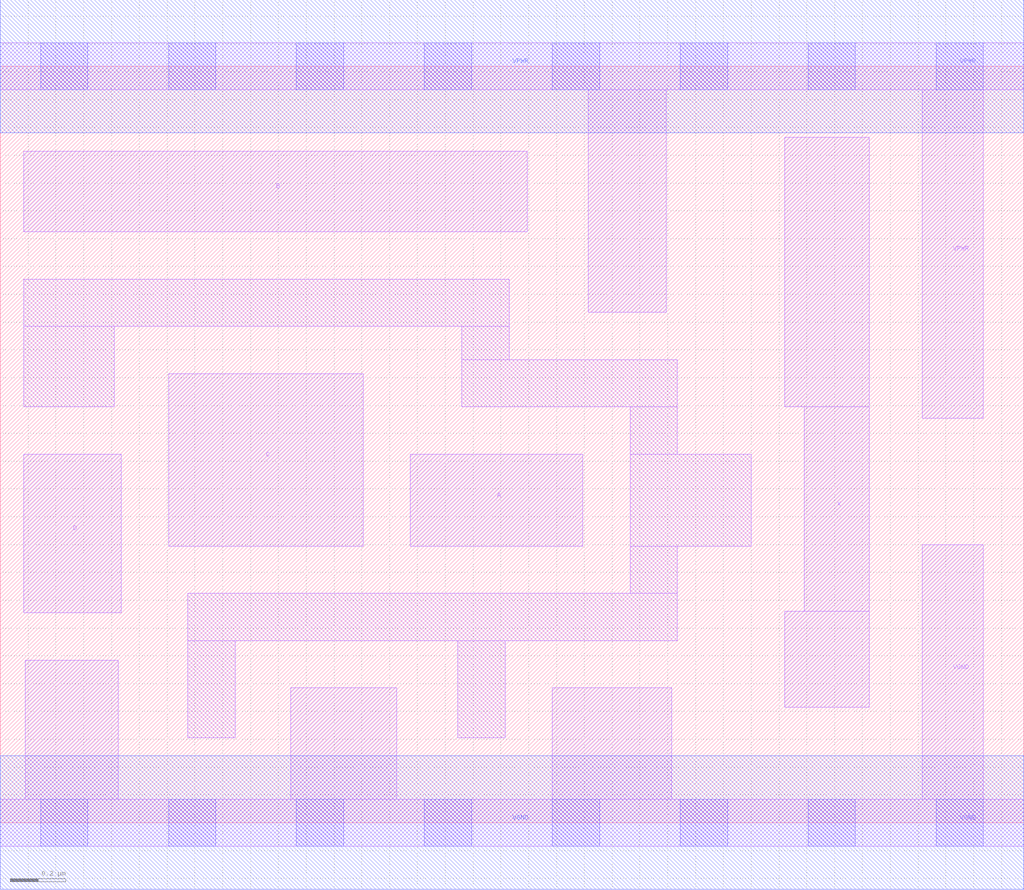
<source format=lef>
# Copyright 2020 The SkyWater PDK Authors
#
# Licensed under the Apache License, Version 2.0 (the "License");
# you may not use this file except in compliance with the License.
# You may obtain a copy of the License at
#
#     https://www.apache.org/licenses/LICENSE-2.0
#
# Unless required by applicable law or agreed to in writing, software
# distributed under the License is distributed on an "AS IS" BASIS,
# WITHOUT WARRANTIES OR CONDITIONS OF ANY KIND, either express or implied.
# See the License for the specific language governing permissions and
# limitations under the License.
#
# SPDX-License-Identifier: Apache-2.0

VERSION 5.7 ;
  NAMESCASESENSITIVE ON ;
  NOWIREEXTENSIONATPIN ON ;
  DIVIDERCHAR "/" ;
  BUSBITCHARS "[]" ;
UNITS
  DATABASE MICRONS 200 ;
END UNITS
PROPERTYDEFINITIONS
  MACRO maskLayoutSubType STRING ;
  MACRO prCellType STRING ;
  MACRO originalViewName STRING ;
END PROPERTYDEFINITIONS
MACRO sky130_fd_sc_hdll__or4_2
  CLASS CORE ;
  FOREIGN sky130_fd_sc_hdll__or4_2 ;
  ORIGIN  0.000000  0.000000 ;
  SIZE  3.680000 BY  2.720000 ;
  SYMMETRY X Y R90 ;
  SITE unithd ;
  PIN A
    ANTENNAGATEAREA  0.138600 ;
    DIRECTION INPUT ;
    USE SIGNAL ;
    PORT
      LAYER li1 ;
        RECT 1.475000 0.995000 2.095000 1.325000 ;
    END
  END A
  PIN B
    ANTENNAGATEAREA  0.138600 ;
    DIRECTION INPUT ;
    USE SIGNAL ;
    PORT
      LAYER li1 ;
        RECT 0.085000 2.125000 1.895000 2.415000 ;
    END
  END B
  PIN C
    ANTENNAGATEAREA  0.138600 ;
    DIRECTION INPUT ;
    USE SIGNAL ;
    PORT
      LAYER li1 ;
        RECT 0.605000 0.995000 1.305000 1.615000 ;
    END
  END C
  PIN D
    ANTENNAGATEAREA  0.138600 ;
    DIRECTION INPUT ;
    USE SIGNAL ;
    PORT
      LAYER li1 ;
        RECT 0.085000 0.755000 0.435000 1.325000 ;
    END
  END D
  PIN X
    ANTENNADIFFAREA  0.802750 ;
    DIRECTION OUTPUT ;
    USE SIGNAL ;
    PORT
      LAYER li1 ;
        RECT 2.820000 0.415000 3.125000 0.760000 ;
        RECT 2.820000 1.495000 3.125000 2.465000 ;
        RECT 2.890000 0.760000 3.125000 1.495000 ;
    END
  END X
  PIN VGND
    DIRECTION INOUT ;
    USE GROUND ;
    PORT
      LAYER li1 ;
        RECT 0.000000 -0.085000 3.680000 0.085000 ;
        RECT 0.090000  0.085000 0.425000 0.585000 ;
        RECT 1.045000  0.085000 1.425000 0.485000 ;
        RECT 1.985000  0.085000 2.415000 0.485000 ;
        RECT 3.315000  0.085000 3.535000 1.000000 ;
      LAYER mcon ;
        RECT 0.145000 -0.085000 0.315000 0.085000 ;
        RECT 0.605000 -0.085000 0.775000 0.085000 ;
        RECT 1.065000 -0.085000 1.235000 0.085000 ;
        RECT 1.525000 -0.085000 1.695000 0.085000 ;
        RECT 1.985000 -0.085000 2.155000 0.085000 ;
        RECT 2.445000 -0.085000 2.615000 0.085000 ;
        RECT 2.905000 -0.085000 3.075000 0.085000 ;
        RECT 3.365000 -0.085000 3.535000 0.085000 ;
      LAYER met1 ;
        RECT 0.000000 -0.240000 3.680000 0.240000 ;
    END
  END VGND
  PIN VPWR
    DIRECTION INOUT ;
    USE POWER ;
    PORT
      LAYER li1 ;
        RECT 0.000000 2.635000 3.680000 2.805000 ;
        RECT 2.115000 1.835000 2.395000 2.635000 ;
        RECT 3.315000 1.455000 3.535000 2.635000 ;
      LAYER mcon ;
        RECT 0.145000 2.635000 0.315000 2.805000 ;
        RECT 0.605000 2.635000 0.775000 2.805000 ;
        RECT 1.065000 2.635000 1.235000 2.805000 ;
        RECT 1.525000 2.635000 1.695000 2.805000 ;
        RECT 1.985000 2.635000 2.155000 2.805000 ;
        RECT 2.445000 2.635000 2.615000 2.805000 ;
        RECT 2.905000 2.635000 3.075000 2.805000 ;
        RECT 3.365000 2.635000 3.535000 2.805000 ;
      LAYER met1 ;
        RECT 0.000000 2.480000 3.680000 2.960000 ;
    END
  END VPWR
  OBS
    LAYER li1 ;
      RECT 0.085000 1.495000 0.410000 1.785000 ;
      RECT 0.085000 1.785000 1.830000 1.955000 ;
      RECT 0.675000 0.305000 0.845000 0.655000 ;
      RECT 0.675000 0.655000 2.435000 0.825000 ;
      RECT 1.645000 0.305000 1.815000 0.655000 ;
      RECT 1.660000 1.495000 2.435000 1.665000 ;
      RECT 1.660000 1.665000 1.830000 1.785000 ;
      RECT 2.265000 0.825000 2.435000 0.995000 ;
      RECT 2.265000 0.995000 2.700000 1.325000 ;
      RECT 2.265000 1.325000 2.435000 1.495000 ;
  END
  PROPERTY maskLayoutSubType "abstract" ;
  PROPERTY prCellType "standard" ;
  PROPERTY originalViewName "layout" ;
END sky130_fd_sc_hdll__or4_2

</source>
